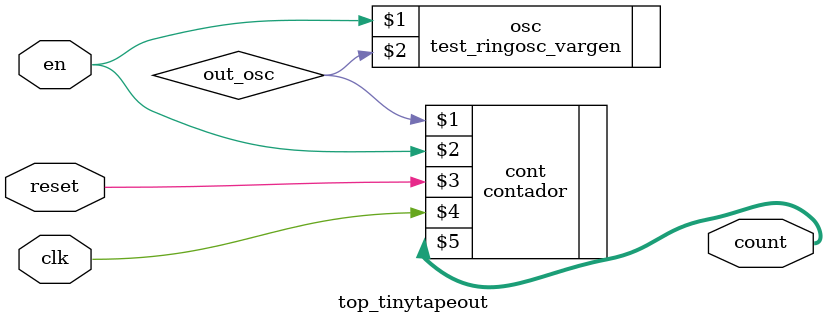
<source format=v>
module top_tinytapeout(input clk, input en, input reset, output wire [8:0] count);

wire out_osc;
test_ringosc_vargen osc(en, out_osc);
contador cont(out_osc, en, reset, clk, count);

endmodule

</source>
